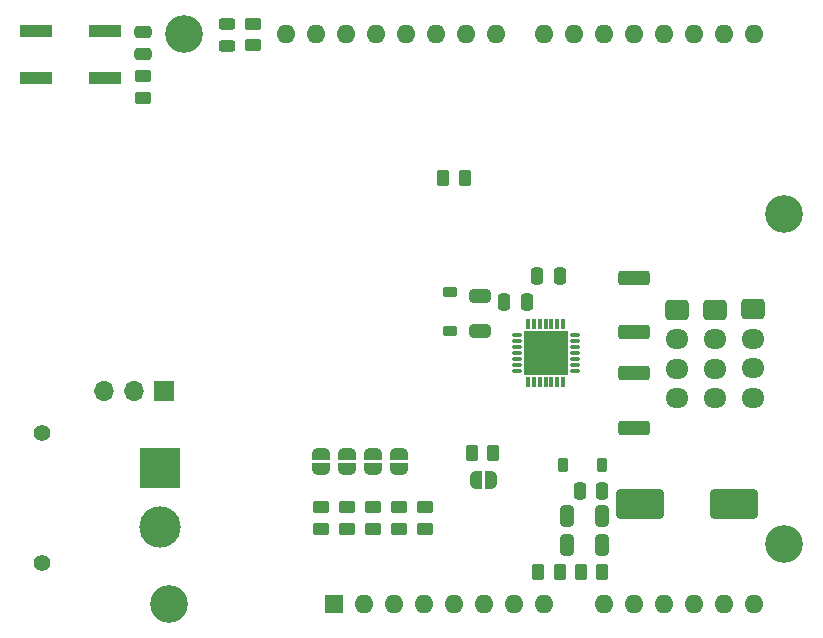
<source format=gbr>
%TF.GenerationSoftware,KiCad,Pcbnew,(7.0.0-0)*%
%TF.CreationDate,2023-03-13T16:32:43+01:00*%
%TF.ProjectId,tmc2209_devboard,746d6332-3230-4395-9f64-6576626f6172,rev?*%
%TF.SameCoordinates,Original*%
%TF.FileFunction,Soldermask,Top*%
%TF.FilePolarity,Negative*%
%FSLAX46Y46*%
G04 Gerber Fmt 4.6, Leading zero omitted, Abs format (unit mm)*
G04 Created by KiCad (PCBNEW (7.0.0-0)) date 2023-03-13 16:32:43*
%MOMM*%
%LPD*%
G01*
G04 APERTURE LIST*
G04 Aperture macros list*
%AMRoundRect*
0 Rectangle with rounded corners*
0 $1 Rounding radius*
0 $2 $3 $4 $5 $6 $7 $8 $9 X,Y pos of 4 corners*
0 Add a 4 corners polygon primitive as box body*
4,1,4,$2,$3,$4,$5,$6,$7,$8,$9,$2,$3,0*
0 Add four circle primitives for the rounded corners*
1,1,$1+$1,$2,$3*
1,1,$1+$1,$4,$5*
1,1,$1+$1,$6,$7*
1,1,$1+$1,$8,$9*
0 Add four rect primitives between the rounded corners*
20,1,$1+$1,$2,$3,$4,$5,0*
20,1,$1+$1,$4,$5,$6,$7,0*
20,1,$1+$1,$6,$7,$8,$9,0*
20,1,$1+$1,$8,$9,$2,$3,0*%
%AMFreePoly0*
4,1,19,0.500000,-0.750000,0.000000,-0.750000,0.000000,-0.744911,-0.071157,-0.744911,-0.207708,-0.704816,-0.327430,-0.627875,-0.420627,-0.520320,-0.479746,-0.390866,-0.500000,-0.250000,-0.500000,0.250000,-0.479746,0.390866,-0.420627,0.520320,-0.327430,0.627875,-0.207708,0.704816,-0.071157,0.744911,0.000000,0.744911,0.000000,0.750000,0.500000,0.750000,0.500000,-0.750000,0.500000,-0.750000,
$1*%
%AMFreePoly1*
4,1,19,0.000000,0.744911,0.071157,0.744911,0.207708,0.704816,0.327430,0.627875,0.420627,0.520320,0.479746,0.390866,0.500000,0.250000,0.500000,-0.250000,0.479746,-0.390866,0.420627,-0.520320,0.327430,-0.627875,0.207708,-0.704816,0.071157,-0.744911,0.000000,-0.744911,0.000000,-0.750000,-0.500000,-0.750000,-0.500000,0.750000,0.000000,0.750000,0.000000,0.744911,0.000000,0.744911,
$1*%
G04 Aperture macros list end*
%ADD10RoundRect,0.250000X0.450000X-0.262500X0.450000X0.262500X-0.450000X0.262500X-0.450000X-0.262500X0*%
%ADD11RoundRect,0.250000X-0.250000X-0.475000X0.250000X-0.475000X0.250000X0.475000X-0.250000X0.475000X0*%
%ADD12RoundRect,0.250000X0.262500X0.450000X-0.262500X0.450000X-0.262500X-0.450000X0.262500X-0.450000X0*%
%ADD13FreePoly0,270.000000*%
%ADD14FreePoly1,270.000000*%
%ADD15R,2.800000X1.000000*%
%ADD16RoundRect,0.250000X-1.750000X-1.000000X1.750000X-1.000000X1.750000X1.000000X-1.750000X1.000000X0*%
%ADD17R,1.700000X1.700000*%
%ADD18O,1.700000X1.700000*%
%ADD19RoundRect,0.225000X0.225000X0.375000X-0.225000X0.375000X-0.225000X-0.375000X0.225000X-0.375000X0*%
%ADD20RoundRect,0.250000X0.475000X-0.250000X0.475000X0.250000X-0.475000X0.250000X-0.475000X-0.250000X0*%
%ADD21RoundRect,0.250000X0.650000X-0.325000X0.650000X0.325000X-0.650000X0.325000X-0.650000X-0.325000X0*%
%ADD22FreePoly0,180.000000*%
%ADD23FreePoly1,180.000000*%
%ADD24RoundRect,0.250000X-0.262500X-0.450000X0.262500X-0.450000X0.262500X0.450000X-0.262500X0.450000X0*%
%ADD25RoundRect,0.250000X0.325000X0.650000X-0.325000X0.650000X-0.325000X-0.650000X0.325000X-0.650000X0*%
%ADD26RoundRect,0.250000X-0.725000X0.600000X-0.725000X-0.600000X0.725000X-0.600000X0.725000X0.600000X0*%
%ADD27O,1.950000X1.700000*%
%ADD28RoundRect,0.250000X-1.075000X0.362500X-1.075000X-0.362500X1.075000X-0.362500X1.075000X0.362500X0*%
%ADD29RoundRect,0.008100X-0.126900X0.396900X-0.126900X-0.396900X0.126900X-0.396900X0.126900X0.396900X0*%
%ADD30RoundRect,0.027000X-0.378000X0.108000X-0.378000X-0.108000X0.378000X-0.108000X0.378000X0.108000X0*%
%ADD31R,3.700000X3.700000*%
%ADD32RoundRect,0.250000X0.250000X0.475000X-0.250000X0.475000X-0.250000X-0.475000X0.250000X-0.475000X0*%
%ADD33C,1.400000*%
%ADD34R,3.500000X3.500000*%
%ADD35C,3.500000*%
%ADD36RoundRect,0.243750X0.456250X-0.243750X0.456250X0.243750X-0.456250X0.243750X-0.456250X-0.243750X0*%
%ADD37RoundRect,0.225000X0.375000X-0.225000X0.375000X0.225000X-0.375000X0.225000X-0.375000X-0.225000X0*%
%ADD38RoundRect,0.250000X1.075000X-0.362500X1.075000X0.362500X-1.075000X0.362500X-1.075000X-0.362500X0*%
%ADD39C,3.200000*%
%ADD40R,1.600000X1.600000*%
%ADD41O,1.600000X1.600000*%
G04 APERTURE END LIST*
D10*
%TO.C,R4*%
X63600000Y-25712500D03*
X63600000Y-23887500D03*
%TD*%
D11*
%TO.C,C1*%
X91250000Y-63400000D03*
X93150000Y-63400000D03*
%TD*%
D10*
%TO.C,R5*%
X69300000Y-66625000D03*
X69300000Y-64800000D03*
%TD*%
D12*
%TO.C,R1*%
X93125000Y-70300000D03*
X91300000Y-70300000D03*
%TD*%
D13*
%TO.C,JP2*%
X71500000Y-60300000D03*
D14*
X71500000Y-61600000D03*
%TD*%
D15*
%TO.C,SW1*%
X45199999Y-24499999D03*
X50999999Y-24499999D03*
X45199999Y-28499999D03*
X50999999Y-28499999D03*
%TD*%
D16*
%TO.C,C4*%
X96300000Y-64500000D03*
X104300000Y-64500000D03*
%TD*%
D13*
%TO.C,JP1*%
X69300000Y-60300000D03*
D14*
X69300000Y-61600000D03*
%TD*%
D17*
%TO.C,J2*%
X55999999Y-54999999D03*
D18*
X53459999Y-54999999D03*
X50919999Y-54999999D03*
%TD*%
D10*
%TO.C,R9*%
X78100000Y-66625000D03*
X78100000Y-64800000D03*
%TD*%
D19*
%TO.C,D1*%
X93150000Y-61200000D03*
X89850000Y-61200000D03*
%TD*%
D12*
%TO.C,R13*%
X83912500Y-60200000D03*
X82087500Y-60200000D03*
%TD*%
D10*
%TO.C,R3*%
X54250000Y-30162500D03*
X54250000Y-28337500D03*
%TD*%
D20*
%TO.C,C5*%
X54250000Y-26450000D03*
X54250000Y-24550000D03*
%TD*%
D21*
%TO.C,C8*%
X82782500Y-49875000D03*
X82782500Y-46925000D03*
%TD*%
D22*
%TO.C,JP5*%
X83700000Y-62500000D03*
D23*
X82400000Y-62500000D03*
%TD*%
D13*
%TO.C,JP3*%
X73700000Y-60300000D03*
D14*
X73700000Y-61600000D03*
%TD*%
D24*
%TO.C,R10*%
X79687500Y-36900000D03*
X81512500Y-36900000D03*
%TD*%
D25*
%TO.C,C3*%
X93075000Y-68000000D03*
X90125000Y-68000000D03*
%TD*%
D26*
%TO.C,J5*%
X99467500Y-48100000D03*
D27*
X99467499Y-50599999D03*
X99467499Y-53099999D03*
X99467499Y-55599999D03*
%TD*%
D28*
%TO.C,R12*%
X95800000Y-45375000D03*
X95800000Y-50000000D03*
%TD*%
D10*
%TO.C,R7*%
X73700000Y-66625000D03*
X73700000Y-64800000D03*
%TD*%
%TO.C,R6*%
X71500000Y-66625000D03*
X71500000Y-64800000D03*
%TD*%
D11*
%TO.C,C6*%
X87632500Y-45250000D03*
X89532500Y-45250000D03*
%TD*%
D29*
%TO.C,U1*%
X89832500Y-49300000D03*
X89332500Y-49300000D03*
X88832500Y-49300000D03*
X88332500Y-49300000D03*
X87832500Y-49300000D03*
X87332500Y-49300000D03*
X86832500Y-49300000D03*
D30*
X85882500Y-50250000D03*
X85882500Y-50750000D03*
X85882500Y-51250000D03*
X85882500Y-51750000D03*
X85882500Y-52250000D03*
X85882500Y-52750000D03*
X85882500Y-53250000D03*
D29*
X86832500Y-54200000D03*
X87332500Y-54200000D03*
X87832500Y-54200000D03*
X88332500Y-54200000D03*
X88832500Y-54200000D03*
X89332500Y-54200000D03*
X89832500Y-54200000D03*
D30*
X90782500Y-53250000D03*
X90782500Y-52750000D03*
X90782500Y-52250000D03*
X90782500Y-51750000D03*
X90782500Y-51250000D03*
X90782500Y-50750000D03*
X90782500Y-50250000D03*
D31*
X88332499Y-51749999D03*
%TD*%
D25*
%TO.C,C2*%
X93075000Y-65600000D03*
X90125000Y-65600000D03*
%TD*%
D32*
%TO.C,C7*%
X86750000Y-47400000D03*
X84850000Y-47400000D03*
%TD*%
D33*
%TO.C,J1*%
X45675000Y-69500000D03*
X45675000Y-58500000D03*
D34*
X55674999Y-61499999D03*
D35*
X55675000Y-66500000D03*
%TD*%
D36*
%TO.C,D2*%
X61350000Y-25762500D03*
X61350000Y-23887500D03*
%TD*%
D10*
%TO.C,R8*%
X75900000Y-66625000D03*
X75900000Y-64800000D03*
%TD*%
D13*
%TO.C,JP4*%
X75900000Y-60300000D03*
D14*
X75900000Y-61600000D03*
%TD*%
D26*
%TO.C,J4*%
X105867500Y-48050000D03*
D27*
X105867499Y-50549999D03*
X105867499Y-53049999D03*
X105867499Y-55549999D03*
%TD*%
D37*
%TO.C,D3*%
X80282500Y-49900000D03*
X80282500Y-46600000D03*
%TD*%
D12*
%TO.C,R2*%
X89550000Y-70300000D03*
X87725000Y-70300000D03*
%TD*%
D38*
%TO.C,R11*%
X95782500Y-58112500D03*
X95782500Y-53487500D03*
%TD*%
D26*
%TO.C,J6*%
X102667500Y-48100000D03*
D27*
X102667499Y-50599999D03*
X102667499Y-53099999D03*
X102667499Y-55599999D03*
%TD*%
D39*
%TO.C,A1*%
X56480000Y-73000000D03*
X57750000Y-24740000D03*
X108550000Y-39980000D03*
X108550000Y-67920000D03*
D40*
X70449999Y-72999999D03*
D41*
X72989999Y-72999999D03*
X75529999Y-72999999D03*
X78069999Y-72999999D03*
X80609999Y-72999999D03*
X83149999Y-72999999D03*
X85689999Y-72999999D03*
X88229999Y-72999999D03*
X93309999Y-72999999D03*
X95849999Y-72999999D03*
X98389999Y-72999999D03*
X100929999Y-72999999D03*
X103469999Y-72999999D03*
X106009999Y-72999999D03*
X106009999Y-24739999D03*
X103469999Y-24739999D03*
X100929999Y-24739999D03*
X98389999Y-24739999D03*
X95849999Y-24739999D03*
X93309999Y-24739999D03*
X90769999Y-24739999D03*
X88229999Y-24739999D03*
X84169999Y-24739999D03*
X81629999Y-24739999D03*
X79089999Y-24739999D03*
X76549999Y-24739999D03*
X74009999Y-24739999D03*
X71469999Y-24739999D03*
X68929999Y-24739999D03*
X66389999Y-24739999D03*
%TD*%
M02*

</source>
